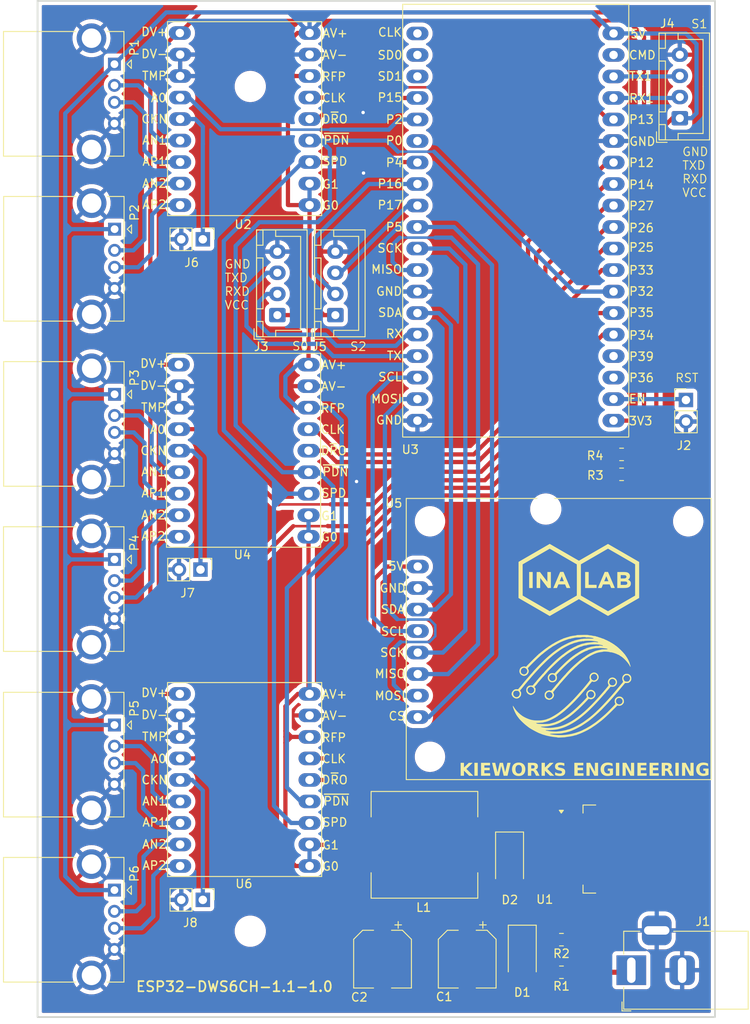
<source format=kicad_pcb>
(kicad_pcb (version 20240108) (generator "pcbnew") (generator_version "8.0")
  (layers (0 "F.Cu" signal) (31 "B.Cu" signal) (34 "B.Paste" user) (35 "F.Paste" user) (36 "B.SilkS" user "B.Silkscreen") (37 "F.SilkS" user "F.Silkscreen") (38 "B.Mask" user) (39 "F.Mask" user) (44 "Edge.Cuts" user))
  (net 0 "")
  (net 1 "VBAT")
  (net 2 "GND")
  (net 3 "VCC")
  (net 4 "Net-(D1-K)")
  (net 5 "EN")
  (net 6 "RXD0")
  (net 7 "TXD0")
  (net 8 "RXD1")
  (net 9 "TXD1")
  (net 10 "TXD2")
  (net 11 "RXD2")
  (net 12 "CLKIN_1")
  (net 13 "CLKIN_2")
  (net 14 "CLKIN_3")
  (net 16 "VCC_SENSE")
  (net 17 "AINN1_1")
  (net 18 "AINP1_1")
  (net 19 "AINN1_2")
  (net 20 "AINP1_2")
  (net 21 "AINN2_2")
  (net 22 "AINP2_2")
  (net 23 "AINP2_3")
  (net 24 "AINN2_3")
  (net 25 "AINP1_3")
  (net 26 "AINN1_3")
  (net 27 "AINN2_1")
  (net 28 "SCLK_1")
  (net 29 "3V3")
  (net 30 "DATA_1")
  (net 31 "SPEED")
  (net 32 "A0_1")
  (net 33 "~{PWDN}")
  (net 34 "AINP2_1")
  (net 35 "SCK")
  (net 36 "A0_2")
  (net 37 "CS")
  (net 38 "SDA")
  (net 39 "SCL")
  (net 40 "SCLK_3")
  (net 41 "MISO")
  (net 42 "A0_3")
  (net 43 "SCLK_2")
  (net 44 "MOSI")
  (net 45 "DATA_3")
  (net 46 "DATA_2")
  (net 47 "VBAT_SENSE")
  (net 48 "Net-(D2-K)")
  (footprint "Capacitor_SMD:CP_Elec_6.3x9.9" (layer "F.Cu") (at 154.62 146.7 -90)
    (property "Reference" "C1")
    (property "Value" "680uF")
  )
  (footprint "Diode_SMD:D_SMA" (layer "F.Cu") (at 159.62 135.2 -90)
    (property "Reference" "D2")
    (property "Value" "1N5824")
  )
  (footprint "Connector_PinHeader_2.54mm:PinHeader_1x02_P2.54mm_Vertical" (layer "F.Cu") (at 123.395 61.7 -90)
    (property "Reference" "J6")
    (property "Value" "Conn_01x02")
  )
  (footprint "DIY-Board:esp wroom 32 board" (layer "F.Cu") (at 160.4 60.45 180)
    (property "Reference" "U3")
    (property "Value" "ESPWROOM32")
  )
  (footprint "Connector_USB:USB_A_CONNFLY_DS1095-WNR0" (layer "F.Cu") (at 112.9775 60.5 -90)
    (property "Reference" "P2")
    (property "Value" "CH1")
  )
  (footprint "Resistor_SMD:R_0805_2012Metric_Pad1.20x1.40mm_HandSolder" (layer "F.Cu") (at 172.85 89.45)
    (property "Reference" "R4")
    (property "Value" "47k")
  )
  (footprint "Connector_USB:USB_A_CONNFLY_DS1095-WNR0" (layer "F.Cu") (at 112.96 99.5 -90)
    (property "Reference" "P4")
    (property "Value" "CH1")
  )
  (footprint "MountingHole:MountingHole_3.2mm_M3" (layer "F.Cu") (at 129 43.65)
    (property "Reference" "REF**" (hide yes))
    (property "Value" "MountingHole_3.2mm_M3")
  )
  (footprint "Connector_USB:USB_A_CONNFLY_DS1095-WNR0" (layer "F.Cu") (at 112.96 119.05 -90)
    (property "Reference" "P5")
    (property "Value" "CH1")
  )
  (footprint "MountingHole:MountingHole_3.2mm_M3" (layer "F.Cu") (at 163.9 93.55)
    (property "Reference" "REF**" (hide yes))
    (property "Value" "MountingHole_3.2mm_M3")
  )
  (footprint "DIY-Board:wcmcu-ads1232" (layer "F.Cu") (at 128.38 125.54 180)
    (property "Reference" "U6")
    (property "Value" "WCMCU-ADS1232")
  )
  (footprint "DIY-Board:wcmcu-ads1232" (layer "F.Cu") (at 128.26 86.66 180)
    (property "Reference" "U4")
    (property "Value" "WCMCU-ADS1232")
  )
  (footprint "Connector_PinHeader_2.54mm:PinHeader_1x02_P2.54mm_Vertical" (layer "F.Cu") (at 123.395 139.7 -90)
    (property "Reference" "J8")
    (property "Value" "Conn_01x02")
  )
  (footprint "myLogo:keyworks_logo_15" (layer "F.Cu") (at 166.85 114.5)
    (property "Reference" "G***" (hide yes))
    (property "Value" "LOGO" (hide yes))
  )
  (footprint "Connector_USB:USB_A_CONNFLY_DS1095-WNR0" (layer "F.Cu") (at 112.96 138.55 -90)
    (property "Reference" "P6")
    (property "Value" "CH1")
  )
  (footprint "Connector_USB:USB_A_CONNFLY_DS1095-WNR0" (layer "F.Cu") (at 112.96 41.02 -90)
    (property "Reference" "P1")
    (property "Value" "CH1")
  )
  (footprint "Resistor_SMD:R_0805_2012Metric_Pad1.20x1.40mm_HandSolder" (layer "F.Cu") (at 165.75 148.25 180)
    (property "Reference" "R1")
    (property "Value" "27k")
  )
  (footprint "Connector_PinHeader_2.54mm:PinHeader_1x02_P2.54mm_Vertical" (layer "F.Cu") (at 123.12 100.7 -90)
    (property "Reference" "J7")
    (property "Value" "Conn_01x02")
  )
  (footprint "Connector_USB:USB_A_CONNFLY_DS1095-WNR0" (layer "F.Cu") (at 112.9775 80 -90)
    (property "Reference" "P3")
    (property "Value" "CH1")
  )
  (footprint "Connector_JST:JST_XH_B4B-XH-A_1x04_P2.50mm_Vertical" (layer "F.Cu") (at 139.05 70.65 90)
    (property "Reference" "J5")
    (property "Value" "Serial2")
  )
  (footprint "Connector_JST:JST_XH_B4B-XH-A_1x04_P2.50mm_Vertical" (layer "F.Cu") (at 179.725 47.4 90)
    (property "Reference" "J4")
    (property "Value" "Serial1")
  )
  (footprint "Package_TO_SOT_SMD:TO-263-5_TabPin3" (layer "F.Cu") (at 173.12 133.7)
    (property "Reference" "U1")
    (property "Value" "LM2596S-5")
  )
  (footprint "DIY-Board:Datalogging board" (layer "F.Cu") (at 165.12 109.2)
    (property "Reference" "U5")
    (property "Value" "DataLoggingBoard")
  )
  (footprint "Diode_SMD:D_SMA" (layer "F.Cu") (at 161.12 146.2 -90)
    (property "Reference" "D1")
    (property "Value" "1N5824")
  )
  (footprint "Connector_PinHeader_2.54mm:PinHeader_1x02_P2.54mm_Vertical" (layer "F.Cu") (at 180.45 80.675)
    (property "Reference" "J2")
    (property "Value" "Reset")
  )
  (footprint "Resistor_SMD:R_0805_2012Metric_Pad1.20x1.40mm_HandSolder" (layer "F.Cu") (at 172.85 87.1 180)
    (property "Reference" "R3")
    (property "Value" "47k")
  )
  (footprint "MountingHole:MountingHole_3.2mm_M3" (layer "F.Cu") (at 129 143.4)
    (property "Reference" "REF**" (hide yes))
    (property "Value" "MountingHole_3.2mm_M3")
  )
  (footprint "DIY-Board:wcmcu-ads1232" (layer "F.Cu") (at 128.38 47.5 180)
    (property "Reference" "U2")
    (property "Value" "WCMCU-ADS1232")
  )
  (footprint "myLogo:inalab_logo_15" (layer "F.Cu") (at 167.8 101.9)
    (property "Reference" "G***" (hide yes))
    (property "Value" "LOGO" (hide yes))
  )
  (footprint "Inductor_SMD:L_12x12mm_H4.5mm" (layer "F.Cu") (at 149.57 133.2 180)
    (property "Reference" "L1")
    (property "Value" "3.3uH")
  )
  (footprint "Connector_JST:JST_XH_B4B-XH-A_1x04_P2.50mm_Vertical" (layer "F.Cu") (at 132.2 70.65 90)
    (property "Reference" "J3")
    (property "Value" "Serial")
  )
  (footprint "Resistor_SMD:R_0805_2012Metric_Pad1.20x1.40mm_HandSolder" (layer "F.Cu") (at 165.75 144.4 180)
    (property "Reference" "R2")
    (property "Value" "100k")
  )
  (footprint "Capacitor_SMD:CP_Elec_6.3x9.9" (layer "F.Cu") (at 144.62 146.7 -90)
    (property "Reference" "C2")
    (property "Value" "220uF")
  )
  (footprint "Connector_BarrelJack:BarrelJack_Horizontal" (layer "F.Cu") (at 174 148.0075 180)
    (property "Reference" "J1")
    (property "Value" "9VDC")
  )
  (gr_rect (start 103.88 33.54) (end 183.88 153.54) (stroke (width 0.2)) (fill none) (layer "Edge.Cuts"))
  (gr_text "GND\nTXD\nRXD\nVCC" (at 125.9 70.05 0) (layer "F.SilkS") (effects (font (size 1 1) (thickness 0.125)) (justify left bottom)))
  (gr_text "S1" (at 181 36.85 0) (layer "F.SilkS") (effects (font (size 1 1) (thickness 0.125)) (justify left bottom)))
  (gr_text "AN2" (at 117.68 55.1 0) (layer "F.SilkS") (effects (font (size 1 1))))
  (gr_text "GND\nTXD\nRXD\nVCC" (at 179.95 56.775 0) (layer "F.SilkS") (effects (font (size 1 1) (thickness 0.125)) (justify left bottom)))
  (gr_text "RST" (at 179.125 78.65 0) (layer "F.SilkS") (effects (font (size 1 1) (thickness 0.125)) (justify left bottom)))
  (gr_text "S2" (at 140.725 74.95 0) (layer "F.SilkS") (effects (font (size 1 1) (thickness 0.125)) (justify left bottom)))
  (gr_text "S0" (at 133.875 74.9 0) (layer "F.SilkS") (effects (font (size 1 1) (thickness 0.125)) (justify left bottom)))
  (gr_text "KIEWORKS ENGINEERING" (at 153.65 125.3 0) (layer "F.SilkS") (effects (font (size 1.5 1.5) (thickness 0.3) (bold yes)) (justify left bottom)))
  (gr_text "ESP32-DWS6CH-1.1-1.0" (at 115.4 150.65 0) (layer "F.SilkS") (effects (font (size 1.2 1.2) (thickness 0.2)) (justify left bottom)))
  (segment (start 166.75 149.1) (end 165.5 150.35) (width 0.6) (layer "F.Cu") (net 1))
  (segment (start 166.75 148.25) (end 166.75 149.1) (width 0.6) (layer "F.Cu") (net 1))
  (segment (start 166.75 148.25) (end 173.7575 148.25) (width 0.6) (layer "F.Cu") (net 1))
  (segment (start 173.7575 148.25) (end 174 148.0075) (width 0.6) (layer "F.Cu") (net 1))
  (segment (start 161.12 149.57) (end 161.9 150.35) (width 0.6) (layer "F.Cu") (net 1))
  (segment (start 161.12 148.2) (end 161.12 149.57) (width 0.6) (layer "F.Cu") (net 1))
  (segment (start 161.9 150.35) (end 165.5 150.35) (width 0.6) (layer "F.Cu") (net 1))
  (via (at 142.375 53.875) (size 0.7) (drill 0.4) (layers "F.Cu" "B.Cu") (net 2))
  (via (at 142.325 46.725) (size 0.7) (drill 0.4) (layers "F.Cu" "B.Cu") (net 2))
  (via (at 141.55 90.3) (size 0.7) (drill 0.4) (layers "F.Cu" "B.Cu") (net 2))
  (segment (start 136.04 133.2) (end 136 133.16) (width 0.5) (layer "F.Cu") (net 3))
  (segment (start 133.45 38.45) (end 133.45 41.675) (width 0.5) (layer "F.Cu") (net 3))
  (segment (start 133.15 121.15) (end 133.15 134.5) (width 0.5) (layer "F.Cu") (net 3))
  (segment (start 135.88 72.23) (end 134.3 70.65) (width 0.5) (layer "F.Cu") (net 3))
  (segment (start 134.175 42.4) (end 133.45 41.675) (width 0.5) (layer "F.Cu") (net 3))
  (segment (start 133.15 116.85) (end 133.15 119.75) (width 0.5) (layer "F.Cu") (net 3))
  (segment (start 176.95 49.3) (end 178.85 47.4) (width 0.5) (layer "F.Cu") (net 3))
  (segment (start 144.62 143.9) (end 144.62 133.2) (width 0.6) (layer "F.Cu") (net 3))
  (segment (start 135.88 72.23) (end 135.92 72.23) (width 0.5) (layer "F.Cu") (net 3))
  (segment (start 133.45 43.15) (end 133.45 57.65) (width 0.5) (layer "F.Cu") (net 3))
  (segment (start 134.175 42.425) (end 133.45 43.15) (width 0.5) (layer "F.Cu") (net 3))
  (segment (start 133.45 41.675) (end 133.45 42.45) (width 0.5) (layer "F.Cu") (net 3))
  (segment (start 145.135 100.34) (end 143.625 101.85) (width 0.5) (layer "F.Cu") (net 3))
  (segment (start 136 115.38) (end 134.62 115.38) (width 0.5) (layer "F.Cu") (net 3))
  (segment (start 134.175 42.42) (end 134.175 42.425) (width 0.5) (layer "F.Cu") (net 3))
  (segment (start 133.16 120.46) (end 133.15 120.45) (width 0.5) (layer "F.Cu") (net 3))
  (segment (start 168.7 129.2) (end 167.3 127.8) (width 0.6) (layer "F.Cu") (net 3))
  (segment (start 135.88 76.5) (end 135.88 72.23) (width 0.5) (layer "F.Cu") (net 3))
  (segment (start 176.95 85.3) (end 176.95 49.3) (width 0.5) (layer "F.Cu") (net 3))
  (segment (start 133.85 120.46) (end 133.85 120.45) (width 0.5) (layer "F.Cu") (net 3))
  (segment (start 150.02 127.8) (end 144.62 133.2) (width 0.6) (layer "F.Cu") (net 3))
  (segment (start 133.15 121.15) (end 133.16 121.15) (width 0.5) (layer "F.Cu") (net 3))
  (segment (start 134.56 37.34) (end 133.45 38.45) (width 0.5) (layer "F.Cu") (net 3))
  (segment (start 134.3 70.65) (end 137.5 70.65) (width 0.5) (layer "F.Cu") (net 3))
  (segment (start 137.7 70.65) (end 139.05 70.65) (width 0.5) (layer "F.Cu") (net 3))
  (segment (start 178.85 47.4) (end 179.725 47.4) (width 0.5) (layer "F.Cu") (net 3))
  (segment (start 135.88 115.26) (end 136 115.38) (width 0.5) (layer "F.Cu") (net 3))
  (segment (start 139.05 70.65) (end 139.05 71.16) (width 0.5) (layer "F.Cu") (net 3))
  (segment (start 134.62 115.38) (end 133.15 116.85) (width 0.5) (layer "F.Cu") (net 3))
  (segment (start 165.47 135.4) (end 167.9 135.4) (width 0.6) (layer "F.Cu") (net 3))
  (segment (start 168.7 134.6) (end 168.7 129.2) (width 0.6) (layer "F.Cu") (net 3))
  (segment (start 135.88 96.82) (end 135.88 115.26) (width 0.5) (layer "F.Cu") (net 3))
  (segment (start 134.35 135.7) (end 136 135.7) (width 0.5) (layer "F.Cu") (net 3))
  (segment (start 135.92 72.23) (end 137.5 70.65) (width 0.5) (layer "F.Cu") (net 3))
  (segment (start 136 120.46) (end 133.85 120.46) (width 0.5) (layer "F.Cu") (net 3))
  (segment (start 136 68.95) (end 137.7 70.65) (width 0.5) (layer "F.Cu") (net 3))
  (segment (start 136 57.66) (end 133.59 57.66) (width 0.5) (layer "F.Cu") (net 3))
  (segment (start 133.45 42.45) (end 133.45 43.15) (width 0.5) (layer "F.Cu") (net 3))
  (segment (start 175.15 87.1) (end 176.95 85.3) (width 0.5) (layer "F.Cu") (net 3))
  (segment (start 132.2 70.65) (end 134.3 70.65) (width 0.5) (layer "F.Cu") (net 3))
  (segment (start 134.175 42.42) (end 134.175 42.4) (width 0.5) (layer "F.Cu") (net 3))
  (segment (start 133.85 120.45) (end 133.15 119.75) (width 0.5) (layer "F.Cu") (net 3))
  (segment (start 133.48 42.42) (end 133.45 42.45) (width 0.5) (layer "F.Cu") (net 3))
  (segment (start 133.16 121.15) (end 133.85 120.46) (width 0.5) (layer "F.Cu") (net 3))
  (segment (start 136 42.42) (end 134.175 42.42) (width 0.5) (layer "F.Cu") (net 3))
  (segment (start 134.175 42.42) (end 133.48 42.42) (width 0.5) (layer "F.Cu") (net 3))
  (segment (start 133.15 134.5) (end 134.35 135.7) (width 0.5) (layer "F.Cu") (net 3))
  (segment (start 133.85 120.46) (end 133.16 120.46) (width 0.5) (layer "F.Cu") (net 3))
  (segment (start 144.62 133.2) (end 136.04 133.2) (width 0.5) (layer "F.Cu") (net 3))
  (segment (start 136 68.95) (end 134.3 70.65) (width 0.5) (layer "F.Cu") (net 3))
  (segment (start 133.15 120.45) (end 133.15 121.15) (width 0.5) (layer "F.Cu") (net 3))
  (segment (start 137.5 70.65) (end 137.7 70.65) (width 0.5) (layer "F.Cu") (net 3))
  (segment (start 167.3 127.8) (end 150.02 127.8) (width 0.6) (layer "F.Cu") (net 3))
  (segment (start 148.78 100.34) (end 145.135 100.34) (width 0.5) (layer "F.Cu") (net 3))
  (segment (start 143.625 132.205) (end 144.62 133.2) (width 0.5) (layer "F.Cu") (net 3))
  (segment (start 136 37.34) (end 134.56 37.34) (width 0.5) (layer "F.Cu") (net 3))
  (segment (start 136 57.66) (end 136 68.95) (width 0.5) (layer "F.Cu") (net 3))
  (segment (start 133.15 119.75) (end 133.15 120.45) (width 0.5) (layer "F.Cu") (net 3))
  (segment (start 143.625 101.85) (end 143.625 132.205) (width 0.5) (layer "F.Cu") (net 3))
  (segment (start 173.85 87.1) (end 175.15 87.1) (width 0.5) (layer "F.Cu") (net 3))
  (segment (start 167.9 135.4) (end 168.7 134.6) (width 0.6) (layer "F.Cu") (net 3))
  (segment (start 133.55 34.9) (end 119.4 34.9) (width 0.5) (layer "B.Cu") (net 3))
  (segment (start 112.96 41.02) (end 119.08 34.9) (width 0.5) (layer "B.Cu") (net 3))
  (segment (start 108.8 138.55) (end 107.15 136.9) (width 0.5) (layer "B.Cu") (net 3))
  (segment (start 136 133.16) (end 136 135.7) (width 0.5) (layer "B.Cu") (net 3))
  (segment (start 133.55 34.9) (end 138.4 34.9) (width 0.5) (layer "B.Cu") (net 3))
  (segment (start 107.2 80) (end 107.15 79.95) (width 0.5) (layer "B.Cu") (net 3))
  (segment (start 171.9 37.39) (end 169.41 34.9) (width 0.5) (layer "B.Cu") (net 3))
  (segment (start 133.15 77.9) (end 133.15 80.2) (width 0.5) (layer "B.Cu") (net 3))
  (segment (start 181.7 38.65) (end 181.7 46.8) (width 0.5) (layer "B.Cu") (net 3))
  (segment (start 107.15 136.9) (end 107.15 119) (width 0.5) (layer "B.Cu") (net 3))
  (segment (start 107.15 79.95) (end 107.15 60.45) (width 0.5) (layer "B.Cu") (net 3))
  (segment (start 107.15 60.45) (end 107.15 46.83) (width 0.5) (layer "B.Cu") (net 3))
  (segment (start 135.88 76.5) (end 134.55 76.5) (width 0.5) (layer "B.Cu") (net 3))
  (segment (start 136 37.34) (end 135.88 37.22) (width 0.5) (layer "B.Cu") (net 3))
  (segment (start 139.8 83.1) (end 138.28 81.58) (width 0.5) (layer "B.Cu") (net 3))
  (segment (start 134.55 76.5) (end 133.15 77.9) (width 0.5) (layer "B.Cu") (net 3))
  (segment (start 112.9775 80) (end 107.2 80) (width 0.5) (layer "B.Cu") (net 3))
  (segment (start 112.96 99.5) (end 107.15 99.5) (width 0.5) (layer "B.Cu") (net 3))
  (segment (start 171.9 37.39) (end 180.44 37.39) (width 0.5) (layer "B.Cu") (net 3))
  (segment (start 136 57.7) (end 136.12 57.82) (width 0.5) (layer "B.Cu") (net 3))
  (segment (start 112.96 138.55) (end 108.8 138.55) (width 0.5) (layer "B.Cu") (net 3))
  (segment (start 181.1 47.4) (end 179.725 47.4) (width 0.5) (layer "B.Cu") (net 3))
  (segment (start 107.2 119.05) (end 107.15 119) (width 0.5) (layer "B.Cu") (net 3))
  (segment (start 136 101.55) (end 139.8 97.75) (width 0.5) (layer "B.Cu") (net 3))
  (segment (start 107.15 46.83) (end 112.96 41.02) (width 0.5) (layer "B.Cu") (net 3))
  (segment (start 136 115.38) (end 136 101.55) (width 0.5) (layer "B.Cu") (net 3))
  (segment (start 133.85 35.2) (end 133.55 34.9) (width 0.5) (layer "B.Cu") (net 3))
  (segment (start 107.15 119) (end 107.15 99.5) (width 0.5) (layer "B.Cu") (net 3))
  (segment (start 181.7 46.8) (end 181.1 47.4) (width 0.5) (layer "B.Cu") (net 3))
  (segment (start 112.9775 60.5) (end 107.2 60.5) (width 0.5) (layer "B.Cu") (net 3))
  (segment (start 119.08 34.9) (end 119.4 34.9) (width 0.5) (layer "B.Cu") (net 3))
  (segment (start 133.86 35.2) (end 133.85 35.2) (width 0.5) (layer "B.Cu") (net 3))
  (segment (start 136 37.3) (end 138.4 34.9) (width 0.5) (layer "B.Cu") (net 3))
  (segment (start 112.96 119.05) (end 107.2 119.05) (width 0.5) (layer "B.Cu") (net 3))
  (segment (start 138.28 81.58) (end 135.88 81.58) (width 0.5) (layer "B.Cu") (net 3))
  (segment (start 138.4 34.9) (end 168.95 34.9) (width 0.5) (layer "B.Cu") (net 3))
  (segment (start 180.44 37.39) (end 181.7 38.65) (width 0.5) (layer "B.Cu") (net 3))
  (segment (start 107.2 60.5) (end 107.15 60.45) (width 0.5) (layer "B.Cu") (net 3))
  (segment (start 139.8 97.75) (end 139.8 83.1) (width 0.5) (layer "B.Cu") (net 3))
  (segment (start 107.15 99.5) (end 107.15 79.95) (width 0.5) (layer "B.Cu") (net 3))
  (segment (start 136 57.66) (end 136 57.7) (width 0.5) (layer "B.Cu") (net 3))
  (segment (start 136 55.12) (end 136 57.66) (width 0.5) (layer "B.Cu") (net 3))
  (segment (start 169.41 34.9) (end 168.95 34.9) (width 0.5) (layer "B.Cu") (net 3))
  (segment (start 133.15 80.2) (end 134.53 81.58) (width 0.5) (layer "B.Cu") (net 3))
  (segment (start 134.53 81.58) (end 135.88 81.58) (width 0.5) (layer "B.Cu") (net 3))
  (segment (start 136 37.34) (end 136 37.3) (width 0.5) (layer "B.Cu") (net 3))
  (segment (start 136 37.34) (end 133.86 35.2) (width 0.5) (layer "B.Cu") (net 3))
  (segment (start 135.88 94.28) (end 135.88 96.82) (width 0.5) (layer "B.Cu") (net 3))
  (segment (start 151.4 136) (end 154.62 139.22) (width 0.6) (layer "F.Cu") (net 4))
  (segment (start 160.82 143.9) (end 161.12 144.2) (width 0.6) (layer "F.Cu") (net 4))
  (segment (start 158.9 130.3) (end 157.7 129.1) (width 0.6) (layer "F.Cu") (net 4))
  (segment (start 165.47 130.3) (end 158.9 130.3) (width 0.6) (layer "F.Cu") (net 4))
  (segment (start 151.4 130.3) (end 151.4 136) (width 0.6) (layer "F.Cu") (net 4))
  (segment (start 152.6 129.1) (end 151.4 130.3) (width 0.6) (layer "F.Cu") (net 4))
  (segment (start 154.62 143.9) (end 160.82 143.9) (width 0.6) (layer "F.Cu") (net 4))
  (segment (start 157.7 129.1) (end 152.6 129.1) (width 0.6) (layer "F.Cu") (net 4))
  (segment (start 154.62 139.22) (end 154.62 143.9) (width 0.6) (layer "F.Cu") (net 4))
  (segment (start 171.9 80.57) (end 180.345 80.57) (width 0.5) (layer "B.Cu") (net 5))
  (segment (start 180.345 80.57) (end 180.45 80.675) (width 0.5) (layer "B.Cu") (net 5))
  (segment (start 130.95 68.15) (end 132.2 68.15) (width 0.5) (layer "B.Cu") (net 6))
  (segment (start 139.175 74.275) (end 137.85 72.95) (width 0.5) (layer "B.Cu") (net 6))
  (segment (start 147.525 72.95) (end 146.2 74.275) (width 0.5) (layer "B.Cu") (net 6))
  (segment (start 131.25 72.95) (end 130.05 71.75) (width 0.5) (layer "B.Cu") (net 6))
  (segment (start 130.05 71.75) (end 130.05 69.05) (width 0.5) (layer "B.Cu") (net 6))
  (segment (start 130.05 69.05) (end 130.95 68.15) (width 0.5) (layer "B.Cu") (net 6))
  (segment (start 148.74 72.95) (end 147.525 72.95) (width 0.5) (layer "B.Cu") (net 6))
  (segment (start 146.2 74.275) (end 139.175 74.275) (width 0.5) (layer "B.Cu") (net 6))
  (segment (start 137.85 72.95) (end 131.25 72.95) (width 0.5) (layer "B.Cu") (net 6))
  (segment (start 128.55 68.05) (end 128.55 71.95) (width 0.5) (layer "B.Cu") (net 7))
  (segment (start 138.79 75.49) (end 148.74 75.49) (width 0.5) (layer "B.Cu") (net 7))
  (segment (start 128.55 71.95) (end 130.65 74.05) (width 0.5) (layer "B.Cu") (net 7))
  (segment (start 132.2 65.65) (end 130.95 65.65) (width 0.5) (layer "B.Cu") (net 7))
  (segment (start 137.35 74.05) (end 138.79 75.49) (width 0.5) (layer "B.Cu") (net 7))
  (segment (start 130.65 74.05) (end 137.35 74.05) (width 0.5) (layer "B.Cu") (net 7))
  (segment (start 130.95 65.65) (end 128.55 68.05) (width 0.5) (layer "B.Cu") (net 7))
  (segment (start 179.615 45.01) (end 179.725 44.9) (width 0.5) (layer "B.Cu") (net 8))
  (segment (start 171.9 45.01) (end 179.615 45.01) (width 0.5) (layer "B.Cu") (net 8))
  (segment (start 179.655 42.47) (end 179.725 42.4) (width 0.5) (layer "B.Cu") (net 9))
  (segment (start 171.9 42.47) (end 179.655 42.47) (width 0.5) (layer "B.Cu") (net 9))
  (segment (start 139.65 65.65) (end 147.59 57.71) (width 0.5) (layer "B.Cu") (net 10))
  (segment (start 139.05 65.65) (end 139.65 65.65) (width 0.5) (layer "B.Cu") (net 10))
  (segment (start 147.59 57.71) (end 148.74 57.71) (width 0.5) (layer "B.Cu") (net 10))
  (segment (start 139.05 68.15) (end 136.65 65.75) (width 0.5) (layer "B.Cu") (net 11))
  (segment (start 136.65 61.5) (end 142.98 55.17) (width 0.5) (layer "B.Cu") (net 11))
  (segment (start 136.65 65.75) (end 136.65 61.5) (width 0.5) (layer "B.Cu") (net 11))
  (segment (start 142.98 55.17) (end 148.74 55.17) (width 0.5) (layer "B.Cu") (net 11))
  (segment (start 122.5 47.5) (end 120.72 47.5) (width 0.5) (layer "B.Cu") (net 12))
  (segment (start 123.395 50.447233) (end 123.4 50.442233) (width 0.5) (layer "B.Cu") (net 12))
  (segment (start 123.395 61.7) (end 123.395 50.447233) (width 0.5) (layer "B.Cu") (net 12))
  (segment (start 123.4 50.442233) (end 123.4 48.4) (width 0.5) (layer "B.Cu") (net 12))
  (segment (start 123.4 48.4) (end 122.5 47.5) (width 0.5) (layer "B.Cu") (net 12))
  (segment (start 123.12 87.62) (end 122.16 86.66) (width 0.5) (layer "B.Cu") (net 13))
  (segment (start 123.12 100.7) (end 123.12 87.62) (width 0.5) (layer "B.Cu") (net 13))
  (segment (start 122.16 86.66) (end 120.6 86.66) (width 0.5) (layer "B.Cu") (net 13))
  (segment (start 123.395 139.7) (end 123.395 126.795) (width 0.5) (layer "B.Cu") (net 14))
  (segment (start 123.395 126.795) (end 122.14 125.54) (width 0.5) (layer "B.Cu") (net 14))
  (segment (start 122.14 125.54) (end 120.72 125.54) (width 0.5) (layer "B.Cu") (net 14))
  (segment (start 168.925 74.675) (end 170.65 72.95) (width 0.5) (layer "F.Cu") (net 16))
  (segment (start 171.85 87.1) (end 168.925 84.175) (width 0.5) (layer "F.Cu") (net 16))
  (segment (start 168.925 84.175) (end 168.925 74.675) (width 0.5) (layer "F.Cu") (net 16))
  (segment (start 171.85 89.45) (end 171.85 87.1) (width 0.5) (layer "F.Cu") (net 16))
  (segment (start 170.65 72.95) (end 171.9 72.95) (width 0.5) (layer "F.Cu") (net 16))
  (segment (start 112.96 43.52) (end 115.77 43.52) (width 0.5) (layer "B.Cu") (net 17))
  (segment (start 115.77 43.52) (end 117.3 45.05) (width 0.5) (layer "B.Cu") (net 17))
  (segment (start 113.34 43.54) (end 113.33 43.55) (width 0.5) (layer "B.Cu") (net 17))
  (segment (start 117.3 45.05) (end 117.3 48.95) (width 0.5) (layer "B.Cu") (net 17))
  (segment (start 117.3 48.95) (end 118.39 50.04) (width 0.5) (layer "B.Cu") (net 17))
  (segment (start 118.39 50.04) (end 120.72 50.04) (width 0.5) (layer "B.Cu") (net 17))
  (segment (start 116.5 46.8) (end 116.5 51.2) (width 0.5) (layer "B.Cu") (net 18))
  (segment (start 112.96 45.52) (end 115.22 45.52) (width 0.5) (layer "B.Cu") (net 18))
  (segment (start 113.44 45.54) (end 113.43 45.55) (width 0.5) (layer "B.Cu") (net 18))
  (segment (start 115.22 45.52) (end 116.5 46.8) (width 0.5) (layer "B.Cu") (net 18))
  (segment (start 116.5 51.2) (end 117.88 52.58) (width 0.5) (layer "B.Cu") (net 18))
  (segment (start 117.88 52.58) (end 120.72 52.58) (width 0.5) (layer "B.Cu") (net 18))
  (segment (start 118.55 89.2) (end 120.6 89.2) (width 0.5) (layer "B.Cu") (net 19))
  (segment (start 112.9775 82.5) (end 115.85 82.5) (width 0.5) (layer "B.Cu") (net 19))
  (segment (start 117.35 88) (end 118.55 89.2) (width 0.5) (layer "B.Cu") (net 19))
  (segment (start 117.35 84) (end 117.35 88) (width 0.5) (layer "B.Cu") (net 19))
  (segment (start 115.85 82.5) (end 117.35 84) (width 0.5) (layer "B.Cu") (net 19))
  (segment (start 117.89 91.74) (end 120.6 91.74) (width 0.5) (layer "B.Cu") (net 20))
  (segment (start 116.5 90.35) (end 117.89 91.74) (width 0.5) (layer "B.Cu") (net 20))
  (segment (start 115.25 84.5) (end 116.5 85.75) (width 0.5) (layer "B.Cu") (net 20))
  (segment (start 112.9775 84.5) (end 115.25 84.5) (width 0.5) (layer "B.Cu") (net 20))
  (segment (start 116.5 85.75) (end 116.5 90.35) (width 0.5) (layer "B.Cu") (net 20))
  (segment (start 116.4 100.55) (end 116.4 96.05) (width 0.5) (layer "B.Cu") (net 21))
  (segment (start 114.95 102) (end 116.4 100.55) (width 0.5) (layer "B.Cu") (net 21))
  (segment (start 116.4 96.05) (end 118.17 94.28) (width 0.5) (layer "B.Cu") (net 21))
  (segment (start 112.96 102) (end 114.95 102) (width 0.5) (layer "B.Cu") (net 21))
  (segment (start 118.17 94.28) (end 120.6 94.28) (width 0.5) (layer "B.Cu") (net 21))
  (segment (start 115.5 104) (end 117.45 102.05) (width 0.5) (layer "B.Cu") (net 22))
  (segment (start 117.45 97.85) (end 118.48 96.82) (width 0.5) (layer "B.Cu") (net 22))
  (segment (start 112.96 104) (end 115.5 104) (width 0.5) (layer "B.Cu") (net 22))
  (segment (start 117.45 102.05) (end 117.45 97.85) (width 0.5) (layer "B.Cu") (net 22))
  (segment (start 118.48 96.82) (end 120.6 96.82) (width 0.5) (layer "B.Cu") (net 22))
  (segment (start 112.96 143.05) (end 116.15 143.05) (width 0.5) (layer "B.Cu") (net 23))
  (segment (start 117.55 141.65) (end 117.55 136.85) (width 0.5) (layer "B.Cu") (net 23))
  (segment (start 116.15 143.05) (end 117.55 141.65) (width 0.5) (layer "B.Cu") (net 23))
  (segment (start 118.7 135.7) (end 120.72 135.7) (width 0.5) (layer "B.Cu") (net 23))
  (segment (start 117.55 136.85) (end 118.7 135.7) (width 0.5) (layer "B.Cu") (net 23))
  (segment (start 117.84 133.16) (end 116.4 134.6) (width 0.5) (layer "B.Cu") (net 24))
  (segment (start 116.4 140.2) (end 115.55 141.05) (width 0.5) (layer "B.Cu") (net 24))
  (segment (start 120.72 133.16) (end 117.84 133.16) (width 0.5) (layer "B.Cu") (net 24))
  (segment (start 116.4 134.6) (end 116.4 140.2) (width 0.5) (layer "B.Cu") (net 24))
  (segment (start 115.55 141.05) (end 112.96 141.05) (width 0.5) (layer "B.Cu") (net 24))
  (segment (start 118.08 130.62) (end 116.35 128.89) (width 0.5) (layer "B.Cu") (net 25))
  (segment (start 115.45 123.55) (end 116.35 124.45) (width 0.5) (layer "B.Cu") (net 25))
  (segment (start 116.35 124.45) (end 116.35 128.25) (width 0.5) (layer "B.Cu") (net 25))
  (segment (start 118.08 130.62) (end 120.72 130.62) (width 0.5) (layer "B.Cu") (net 25))
  (segment (start 112.96 123.55) (end 115.45 123.55) (width 0.5) (layer "B.Cu") (net 25))
  (segment (start 116.35 128.89) (end 116.35 128.25) (width 0.5) (layer "B.Cu") (net 25))
  (segment (start 117.45 126.95) (end 117.45 122.95) (width 0.5) (layer "B.Cu") (net 26))
  (segment (start 117.45 122.95) (end 116.05 121.55) (width 0.5) (layer "B.Cu") (net 26))
  (segment (start 118.58 128.08) (end 117.45 126.95) (width 0.5) (layer "B.Cu") (net 26))
  (segment (start 120.72 128.08) (end 118.58 128.08) (width 0.5) (layer "B.Cu") (net 26))
  (segment (start 116.05 121.55) (end 112.96 121.55) (width 0.5) (layer "B.Cu") (net 26))
  (segment (start 112.9775 63) (end 115.2 63) (width 0.5) (layer "B.Cu") (net 27))
  (segment (start 116.5 56.65) (end 118.03 55.12) (width 0.5) (layer "B.Cu") (net 27))
  (segment (start 118.03 55.12) (end 120.72 55.12) (width 0.5) (layer "B.Cu") (net 27))
  (segment (start 115.2 63) (end 116.5 61.7) (width 0.5) (layer "B.Cu") (net 27))
  (segment (start 116.5 61.7) (end 116.5 56.65) (width 0.5) (layer "B.Cu") (net 27))
  (segment (start 167.45 43.75) (end 151.7 43.75) (width 0.5) (layer "F.Cu") (net 28))
  (segment (start 145.6 43.75) (end 151.7 43.75) (width 0.3) (layer "F.Cu") (net 28))
  (segment (start 171.9 47.55) (end 171.25 47.55) (width 0.5) (layer "F.Cu") (net 28))
  (segment (start 171.25 47.55) (end 167.45 43.75) (width 0.5) (layer "F.Cu") (net 28))
  (segment (start 136 44.96) (end 138.09 44.96) (width 0.5) (layer "F.Cu") (net 28))
  (segment (start 138.09 44.96) (end 139.3 43.75) (width 0.5) (layer "F.Cu") (net 28))
  (segment (start 139.3 43.75) (end 145.6 43.75) (width 0.5) (layer "F.Cu") (net 28))
  (segment (start 175.5 37.8) (end 175.5 81.6) (width 0.5) (layer "F.Cu") (net 29))
  (segment (start 118.1 76.5) (end 117.8 76.8) (width 0.5) (layer "F.Cu") (net 29))
  (segment (start 117.2 76.1) (end 117.2 76.9) (width 0.5) (layer "F.Cu") (net 29))
  (segment (start 172.6 34.9) (end 175.5 37.8) (width 0.5) (layer "F.Cu") (net 29))
  (segment (start 118.1 76.5) (end 120.56 76.5) (width 0.5) (layer "F.Cu") (net 29))
  (segment (start 123.12 34.9) (end 120.68 37.34) (width 0.5) (layer "F.Cu") (net 29))
  (segment (start 117.2 75.6) (end 117.2 76.1) (width 0.5) (layer "F.Cu") (net 29))
  (segment (start 117.2 40.5) (end 117.2 75.6) (width 0.5) (layer "F.Cu") (net 29))
  (segment (start 117.2 76.9) (end 117.2 77.6) (width 0.5) (layer "F.Cu") (net 29))
  (segment (start 173.99 83.11) (end 171.9 83.11) (width 0.5) (layer "F.Cu") (net 29))
  (segment (start 117.2 113.8) (end 118.78 115.38) (width 0.5) (layer "F.Cu") (net 29))
  (segment (start 117.8 76.8) (end 117.2 77.4) (width 0.5) (layer "F.Cu") (net 29))
  (segment (start 117.3 76.9) (end 117.65 76.55) (width 0.5) (layer "F.Cu") (net 29))
  (segment (start 117.8 76.7) (end 117.8 76.8) (width 0.5) (layer "F.Cu") (net 29))
  (segment (start 117.2 77.4) (end 117.2 77.6) (width 0.5) (layer "F.Cu") (net 29))
  (segment (start 117.2 75.6) (end 118.1 76.5) (width 0.5) (layer "F.Cu") (net 29))
  (segment (start 117.2 76.9) (end 117.3 76.9) (width 0.5) (layer "F.Cu") (net 29))
  (segment (start 120.36 37.34) (end 117.2 40.5) (width 0.5) (layer "F.Cu") (net 29))
  (segment (start 117.2 77.6) (end 117.2 113.8) (width 0.5) (layer "F.Cu") (net 29))
  (segment (start 117.2 76.1) (end 117.65 76.55) (width 0.5) (layer "F.Cu") (net 29))
  (segment (start 175.5 81.6) (end 173.99 83.11) (width 0.5) (layer "F.Cu") (net 29))
  (segment (start 118.78 115.38) (end 120.68 115.38) (width 0.5) (layer "F.Cu") (net 29))
  (segment (start 172.6 34.9) (end 123.12 34.9) (width 0.5) (layer "F.Cu") (net 29))
  (segment (start 120.68 37.34) (end 120.36 37.34) (width 0.5) (layer "F.Cu") (net 29))
  (segment (start 117.65 76.55) (end 117.8 76.7) (width 0.5) (layer "F.Cu") (net 29))
  (segment (start 136 47.5) (end 137 47.5) (width 0.5) (layer "F.Cu") (net 30))
  (segment (start 139.49 45.01) (end 148.74 45.01) (width 0.5) (layer "F.Cu") (net 30))
  (segment (start 137 47.5) (end 139.49 45.01) (width 0.5) (layer "F.Cu") (net 30))
  (segment (start 136 52.58) (end 148.69 52.58) (width 0.5) (layer "F.Cu") (net 31))
  (segment (start 148.69 52.58) (end 148.74 52.63) (width 0.5) (layer "F.Cu") (net 31))
  (segment (start 134.2 91.74) (end 131.865 91.74) (width 0.5) (layer "B.Cu") (net 31))
  (segment (start 133.34 91.74) (end 131.8 93.28) (width 0.5) (layer "B.Cu") (net 31))
  (segment (start 136 130.62) (end 133.82 130.62) (width 0.5) (layer "B.Cu") (net 31))
  (segment (start 133.34 91.74) (end 134.2 91.74) (width 0.5) (layer "B.Cu") (net 31))
  (segment (start 131.8 95.7) (end 131.8 93.28) (width 0.5) (layer "B.Cu") (net 31))
  (segment (start 135.195 52.58) (end 136 52.58) (width 0.5) (layer "B.Cu") (net 31))
  (segment (start 131.865 91.74) (end 131.8 91.675) (width 0.5) (layer "B.Cu") (net 31))
  (segment (start 125.875 61.9) (end 125.875 84.275) (width 0.5) (layer "B.Cu") (net 31))
  (segment (start 133.82 130.62) (end 131.8 128.6) (width 0.5) (layer "B.Cu") (net 31))
  (segment (start 125.875 61.9) (end 135.195 52.58) (width 0.5) (layer "B.Cu") (net 31))
  (segment (start 131.8 93.28) (end 131.8 91.675) (width 0.5) (layer "B.Cu") (net 31))
  (segment (start 131.8 90.2) (end 133.34 91.74) (width 0.5) (layer "B.Cu") (net 31))
  (segment (start 125.875 84.275) (end 131.8 90.2) (width 0.5) (layer "B.Cu") (net 31))
  (segment (start 135.88 91.74) (end 134.2 91.74) (width 0.5) (layer "B.Cu") (net 31))
  (segment (start 131.8 128.6) (end 131.8 95.7) (width 0.5) (layer "B.Cu") (net 31))
  (segment (start 131.8 91.675) (end 131.8 90.2) (width 0.5) (layer "B.Cu") (net 31))
  (segment (start 120.72 44.96) (end 121.76 44.96) (width 0.5) (layer "B.Cu") (net 32))
  (segment (start 125.5 48.7) (end 133.2 48.7) (width 0.5) (layer "B.Cu") (net 32))
  (segment (start 133.65 48.75) (end 138.5 48.75) (width 0.3) (layer "B.Cu") (net 32))
  (segment (start 125.45 48.65) (end 125.5 48.7) (width 0.5) (layer "B.Cu") (net 32))
  (segment (start 133.2 48.7) (end 133.6 48.7) (width 0.3) (layer "B.Cu") (net 32))
  (segment (start 146.55 47.55) (end 148.74 47.55) (width 0.5) (layer "B.Cu") (net 32))
  (segment (start 138.5 48.75) (end 145.35 48.75) (width 0.5) (layer "B.Cu") (net 32))
  (segment (start 145.35 48.75) (end 146.55 47.55) (width 0.5) (layer "B.Cu") (net 32))
  (segment (start 133.6 48.7) (end 133.65 48.75) (width 0.3) (layer "B.Cu") (net 32))
  (segment (start 121.76 44.96) (end 125.45 48.65) (width 0.5) (layer "B.Cu") (net 32))
  (segment (start 134.98 128.08) (end 136 128.08) (width 0.5) (layer "B.Cu") (net 33))
  (segment (start 137.1 89.2) (end 138.8 90.9) (width 0.5) (layer "B.Cu") (net 33))
  (segment (start 132.8 89.2) (end 127.275 83.675) (width 0.5) (layer "B.Cu") (net 33))
  (segment (start 133.325 126.425) (end 134.98 128.08) (width 0.5) (layer "B.Cu") (net 33))
  (segment (start 167.22 67.87) (end 150.7 51.35) (width 0.5) (layer "B.Cu") (net 33))
  (segment (start 127.275 62.475) (end 130.075 59.675) (width 0.5) (layer "B.Cu") (net 33))
  (segment (start 135.88 89.2) (end 137.1 89.2) (width 0.5) (layer "B.Cu") (net 33))
  (segment (start 130.075 59.675) (end 136.975 59.675) (width 0.5) (layer "B.Cu") (net 33))
  (segment (start 136 50.04) (end 145.14 50.04) (width 0.5) (layer "B.Cu") (net 33))
  (segment (start 137.34 50.04) (end 136 50.04) (width 0.5) (layer "B.Cu") (net 33))
  (segment (start 150.7 51.35) (end 146.45 51.35) (width 0.3) (layer "B.Cu") (net 33))
  (segment (start 133.325 102.875) (end 133.325 126.425) (width 0.5) (layer "B.Cu") (net 33))
  (segment (start 145.14 50.04) (end 146.45 51.35) (width 0.5) (layer "B.Cu") (net 33))
  (segment (start 138.8 97.4) (end 133.325 102.875) (width 0.5) (layer "B.Cu") (net 33))
  (segment (start 138.8 90.9) (end 138.8 97.4) (width 0.5) (layer "B.Cu") (net 33))
  (segment (start 138.4 51.1) (end 137.34 50.04) (width 0.5) (layer "B.Cu") (net 33))
  (segment (start 127.275 83.675) (end 127.275 62.475) (width 0.5) (layer "B.Cu") (net 33))
  (segment (start 136.975 59.675) (end 138.4 58.25) (width 0.5) (layer "B.Cu") (net 33))
  (segment (start 135.88 89.2) (end 132.8 89.2) (width 0.5) (layer "B.Cu") (net 33))
  (segment (start 138.4 58.25) (end 138.4 51.1) (width 0.5) (layer "B.Cu") (net 33))
  (segment (start 171.9 67.87) (end 167.22 67.87) (width 0.5) (layer "B.Cu") (net 33))
  (segment (start 115.75 65) (end 117.4 63.35) (width 0.5) (layer "B.Cu") (net 34))
  (segment (start 117.4 63.35) (end 117.4 58.8) (width 0.5) (layer "B.Cu") (net 34))
  (segment (start 118.54 57.66) (end 120.72 57.66) (width 0.5) (layer "B.Cu") (net 34))
  (segment (start 112.9775 65) (end 115.75 65) (width 0.5) (layer "B.Cu") (net 34))
  (segment (start 117.4 58.8) (end 118.54 57.66) (width 0.5) (layer "B.Cu") (net 34))
  (segment (start 154.4 107.85) (end 151.75 110.5) (width 0.5) (layer "B.Cu") (net 35))
  (segment (start 154.4 64.7) (end 154.4 107.85) (width 0.5) (layer "B.Cu") (net 35))
  (segment (start 151.75 110.5) (end 148.78 110.5) (width 0.5) (layer "B.Cu") (net 35))
  (segment (start 152.49 62.79) (end 154.4 64.7) (width 0.5) (layer "B.Cu") (net 35))
  (segment (start 148.74 62.79) (end 152.49 62.79) (width 0.5) (layer "B.Cu") (net 35))
  (segment (start 120.6 84.12) (end 123.47 84.12) (width 0.5) (layer "F.Cu") (net 36))
  (segment (start 171.09 57.71) (end 171.9 57.71) (width 0.5) (layer "F.Cu") (net 36))
  (segment (start 132.35 93) (end 132.34 92.99) (width 0.3) (layer "F.Cu") (net 36))
  (segment (start 123.47 84.12) (end 132.34 92.99) (width 0.5) (layer "F.Cu") (net 36))
  (segment (start 163.85 64.95) (end 171.09 57.71) (width 0.5) (layer "F.Cu") (net 36))
  (segment (start 138.5 93) (end 132.35 93) (width 0.3) (layer "F.Cu") (net 36))
  (segment (start 163.85 81.55) (end 163.85 64.95) (width 0.5) (layer "F.Cu") (net 36))
  (segment (start 138.51 92.99) (end 138.5 93) (width 0.5) (layer "F.Cu") (net 36))
  (segment (start 143.51 92.99) (end 147.35 89.15) (width 0.5) (layer "F.Cu") (net 36))
  (segment (start 143.51 92.99) (end 138.51 92.99) (width 0.5) (layer "F.Cu") (net 36))
  (segment (start 156.25 89.15) (end 163.85 81.55) (width 0.5) (layer "F.Cu") (net 36))
  (segment (start 147.35 89.15) (end 156.25 89.15) (width 0.5) (layer "F.Cu") (net 36))
  (segment (start 153.09 60.29) (end 157.55 64.75) (width 0.5) (layer "B.Cu") (net 37))
  (segment (start 150.08 118.12) (end 148.78 118.12) (width 0.5) (layer "B.Cu") (net 37))
  (segment (start 157.55 110.65) (end 150.08 118.12) (width 0.5) (layer "B.Cu") (net 37))
  (segment (start 148.74 60.25) (end 153.05 60.25) (width 0.5) (layer "B.Cu") (net 37))
  (segment (start 157.55 64.75) (end 157.55 110.65) (width 0.5) (layer "B.Cu") (net 37))
  (segment (start 153.05 60.25) (end 153.09 60.29) (width 0.5) (layer "B.Cu") (net 37))
  (segment (start 150.88 105.42) (end 152.7 103.6) (width 0.5) (layer "B.Cu") (net 38))
  (segment (start 148.78 105.42) (end 150.88 105.42) (width 0.5) (layer "B.Cu") (net 38))
  (segment (start 151.26 70.41) (end 148.74 70.41) (width 0.5) (layer "B.Cu") (net 38))
  (segment (start 152.7 71.85) (end 151.26 70.41) (width 0.5) (layer "B.Cu") (net 38))
  (segment (start 152.7 103.6) (end 152.7 71.85) (width 0.5) (layer "B.Cu") (net 38))
  (segment (start 143.45 80.3) (end 145.72 78.03) (width 0.5) (layer "B.Cu") (net 39))
  (segment (start 145.16 107.96) (end 143.45 106.25) (width 0.5) (layer "B.Cu") (net 39))
  (segment (start 145.72 78.03) (end 148.74 78.03) (width 0.5) (layer "B.Cu") (net 39))
  (segment (start 148.78 107.96) (end 145.16 107.96) (width 0.5) (layer "B.Cu") (net 39))
  (segment (start 143.45 106.25) (end 143.45 80.3) (width 0.5) (layer "B.Cu") (net 39))
  (segment (start 139.8 123) (end 136 123) (width 0.5) (layer "F.Cu") (net 40))
  (segment (start 171.9 62.79) (end 170.76 62.79) (width 0.5) (layer "F.Cu") (net 40))
  (segment (start 165.8 82.65) (end 157.4 91.05) (width 0.5) (layer "F.Cu") (net 40))
  (segment (start 141.8 121) (end 139.8 123) (width 0.5) (layer "F.Cu") (net 40))
  (segment (start 157.4 91.05) (end 148.1 91.05) (width 0.5) (layer "F.Cu") (net 40))
  (segment (start 165.8 67.75) (end 165.8 82.65) (width 0.5) (layer "F.Cu") (net 40))
  (segment (start 141.8 97.35) (end 141.8 121) (width 0.5) (layer "F.Cu") (net 40))
  (segment (start 170.76 62.79) (end 165.8 67.75) (width 0.5) (layer "F.Cu") (net 40))
  (segment (start 148.1 91.05) (end 141.8 97.35) (width 0.5) (layer "F.Cu") (net 40))
  (segment (start 155.9 64.65) (end 155.9 109.5) (width 0.5) (layer "B.Cu") (net 41))
  (segment (start 148.74 65.33) (end 146.78 65.33) (width 0.5) (layer "B.Cu") (net 41))
  (segment (start 145.8 62.65) (end 145.8 62.35) (width 0.5) (layer "B.Cu") (net 41))
  (segment (start 146.65 61.5) (end 150.85 61.5) (width 0.3) (layer "B.Cu") (net 41))
  (segment (start 150.85 61.5) (end 152.75 61.5) (width 0.5) (layer "B.Cu") (net 41))
  (segment (start 155.9 109.5) (end 152.36 113.04) (width 0.5) (layer "B.Cu") (net 41))
  (segment (start 152.75 61.5) (end 155.9 64.65) (width 0.5) (layer "B.Cu") (net 41))
  (segment (start 146.78 65.33) (end 145.8 64.35) (width 0.5) (layer "B.Cu") (net 41))
  (segment (start 152.36 113.04) (end 148.78 113.04) (width 0.5) (layer "B.Cu") (net 41))
  (segment (start 145.8 64.35) (end 145.8 62.65) (width 0.5) (layer "B.Cu") (net 41))
  (segment (start 145.8 62.35) (end 146.65 61.5) (width 0.5) (layer "B.Cu") (net 41))
  (segment (start 156.7 90.15) (end 147.65 90.15) (width 0.5) (layer "F.Cu") (net 42))
  (segment (start 138.15 95.55) (end 138.13 95.57) (width 0.3) (layer "F.Cu") (net 42))
  (segment (start 147.65 90.15) (end 142.23 95.57) (width 0.5) (layer "F.Cu") (net 42))
  (segment (start 171.9 60.25) (end 171.1 60.25) (width 0.5) (layer "F.Cu") (net 42))
  (segment (start 122.5 123) (end 123.4 122.1) (width 0.5) (layer "F.Cu") (net 42))
  (segment (start 171.1 60.25) (end 164.85 66.5) (width 0.5) (layer "F.Cu") (net 42))
  (segment (start 123.4 122.1) (end 123.4 106.25) (width 0.5) (layer "F.Cu") (net 42))
  (segment (start 120.72 123) (end 122.5 123) (width 0.5) (layer "F.Cu") (net 42))
  (segment (start 138.13 95.57) (end 134.08 95.57) (width 0.3) (layer "F.Cu") (net 42))
  (segment (start 138.17 95.57) (end 138.15 95.55) (width 0.5) (layer "F.Cu") (net 42))
  (segment (start 164.85 82) (end 156.7 90.15) (width 0.5) (layer "F.Cu") (net 42))
  (segment (start 123.4 106.25) (end 134.08 95.57) (width 0.5) (layer "F.Cu") (net 42))
  (segment (start 164.85 66.5) (end 164.85 82) (width 0.5) (layer "F.Cu") (net 42))
  (segment (start 142.23 95.57) (end 138.17 95.57) (width 0.5) (layer "F.Cu") (net 42))
  (segment (start 171.12 52.63) (end 171.9 52.63) (width 0.5) (layer "F.Cu") (net 43))
  (segment (start 161.8 80.7) (end 161.8 61.95) (width 0.5) (layer "F.Cu") (net 43))
  (segment (start 136.62 84.12) (end 139.6 87.1) (width 0.5) (layer "F.Cu") (net 43))
  (segment (start 161.8 61.95) (end 171.12 52.63) (width 0.5) (layer "F.Cu") (net 43))
  (segment (start 155.4 87.1) (end 161.8 80.7) (width 0.5) (layer "F.Cu") (net 43))
  (segment (start 139.6 87.1) (end 155.4 87.1) (width 0.5) (layer "F.Cu") (net 43))
  (segment (start 135.88 84.12) (end 136.62 84.12) (width 0.5) (layer "F.Cu") (net 43))
  (segment (start 150.2 106.6) (end 150.85 107.25) (width 0.3) (layer "B.Cu") (net 44))
  (segment (start 146.88 80.57) (end 148.74 80.57) (width 0.5) (layer "B.Cu") (net 44))
  (segment (start 144.9 105.1) (end 146.35 106.55) (width 0.5) (layer "B.Cu") (net 44))
  (segment (start 146.75 109.25) (end 145.95 110.05) (width 0.5) (layer "B.Cu") (net 44))
  (segment (start 150.85 107.25) (end 150.85 108.3) (width 0.3) (layer "B.Cu") (net 44))
  (segment (start 144.9 82.55) (end 146.88 80.57) (width 0.5) (layer "B.Cu") (net 44))
  (segment (start 146.4 106.6) (end 150.2 106.6) (width 0.3) (layer "B.Cu") (net 44))
  (segment (start 150.15 109.25) (end 147.3 109.25) (width 0.3) (layer "B.Cu") (net 44))
  (segment (start 145.95 110.05) (end 145.95 114.3) (width 0.5) (layer "B.Cu") (net 44))
  (segment (start 150.85 108.3) (end 150.85 108.55) (width 0.3) (layer "B.Cu") (net 44))
  (segment (start 144.9 102.95) (end 144.9 82.55) (width 0.5) (layer "B.Cu") (net 44))
  (segment (start 150.25 109.15) (end 150.15 109.25) (width 0.3) (layer "B.Cu") (net 44))
  (segment (start 144.9 102.95) (end 144.9 105.1) (width 0.5) (layer "B.Cu") (net 44))
  (segment (start 147.23 115.58) (end 148.78 115.58) (width 0.5) (layer "B.Cu") (net 44))
  (segment (start 145.95 114.3) (end 147.23 115.58) (width 0.5) (layer "B.Cu") (net 44))
  (segment (start 150.85 108.55) (end 150.25 109.15) (width 0.3) (layer "B.Cu") (net 44))
  (segment (start 147.3 109.25) (end 146.75 109.25) (width 0.3) (layer "B.Cu") (net 44))
  (segment (start 146.35 106.55) (end 146.4 106.6) (width 0.3) (layer "B.Cu") (net 44))
  (segment (start 171.9 65.33) (end 170.52 65.33) (width 0.5) (layer "F.Cu") (net 45))
  (segment (start 142.7 121.45) (end 138.61 125.54) (width 0.5) (layer "F.Cu") (net 45))
  (segment (start 157.95 91.95) (end 148.5 91.95) (width 0.5) (layer "F.Cu") (net 45))
  (segment (start 166.75 69.1) (end 166.75 83.15) (width 0.5) (layer "F.Cu") (net 45))
  (segment (start 166.75 83.15) (end 157.95 91.95) (width 0.5) (layer "F.Cu") (net 45))
  (segment (start 138.61 125.54) (end 136 125.54) (width 0.5) (layer "F.Cu") (net 45))
  (segment (start 148.5 91.95) (end 142.7 97.75) (width 0.5) (layer "F.Cu") (net 45))
  (segment (start 136.46 125.54) (end 136 125.54) (width 0.3) (layer "F.Cu") (net 45))
  (segment (start 168.9 66.95) (end 166.75 69.1) (width 0.5) (layer "F.Cu") (net 45))
  (segment (start 170.52 65.33) (end 168.9 66.95) (width 0.5) (layer "F.Cu") (net 45))
  (segment (start 142.7 97.75) (end 142.7 121.45) (width 0.5) (layer "F.Cu") (net 45))
  (segment (start 171.03 55.17) (end 171.9 55.17) (width 0.5) (layer "F.Cu") (net 46))
  (segment (start 137.86 86.66) (end 139.2 88) (width 0.5) (layer "F.Cu") (net 46))
  (segment (start 162.75 63.45) (end 171.03 55.17) (width 0.5) (layer "F.Cu") (net 46))
  (segment (start 135.88 86.66) (end 137.86 86.66) (width 0.5) (layer "F.Cu") (net 46))
  (segment (start 162.75 81.1) (end 162.75 63.45) (width 0.5) (layer "F.Cu") (net 46))
  (segment (start 155.85 88) (end 162.75 81.1) (width 0.5) (layer "F.Cu") (net 46))
  (segment (start 139.2 88) (end 155.85 88) (width 0.5) (layer "F.Cu") (net 46))
  (segment (start 179.55 140.65) (end 181.15 139.05) (width 0.5) (layer "F.Cu") (net 47))
  (segment (start 166.75 145.75) (end 164.75 147.75) (width 0.6) (layer "F.Cu") (net 47))
  (segment (start 166.75 144.4) (end 166.75 142.25) (width 0.5) (layer "F.Cu") (net 47))
  (segment (start 167.7 72.75) (end 170.04 70.41) (width 0.5) (layer "F.Cu") (net 47))
  (segment (start 181.15 139.05) (end 181.15 127.75) (width 0.5) (layer "F.Cu") (net 47))
  (segment (start 164.75 147.75) (end 164.75 148.25) (width 0.6) (layer "F.Cu") (net 47))
  (segment (start 166.75 144.4) (end 166.75 145.75) (width 0.6) (layer "F.Cu") (net 47))
  (segment (start 181.15 127.75) (end 179.3 125.9) (width 0.5) (layer "F.Cu") (net 47))
  (segment (start 167.7 120.6) (end 167.7 72.75) (width 0.5) (layer "F.Cu") (net 47))
  (segment (start 166.75 142.25) (end 168.35 140.65) (width 0.5) (layer "F.Cu") (net 47))
  (segment (start 170.04 70.41) (end 171.9 70.41) (width 0.5) (layer "F.Cu") (net 47))
  (segment (start 168.35 140.65) (end 179.55 140.65) (width 0.5) (layer "F.Cu") (net 47))
  (segment (start 179.3 125.9) (end 173 125.9) (width 0.5) (layer "F.Cu") (net 47))
  (segment (start 173 125.9) (end 167.7 120.6) (width 0.5) (layer "F.Cu") (net 47))
  (segment (start 165.47 132) (end 160.82 132) (width 0.6) (layer "F.Cu") (net 48))
  (segment (start 154.52 133.2) (end 159.62 133.2) (width 0.6) (layer "F.Cu") (net 48))
  (segment (start 160.82 132) (end 159.62 133.2) (width 0.6) (layer "F.Cu") (net 48))
  (zone (net 3) (net_name "VCC") (layer "F.Cu") (priority 2) (connect_pads (clearance 0.5)) (min_thickness 0.25) (fill yes (thermal_gap 0.5) (thermal_bridge_width 0.5))
    (polygon (pts (xy 135.975 69.05) (xy 134.425 70.625) (xy 135.9 72.125) (xy 137.5 70.5)))
  )
  (zone (net 2) (net_name "GND") (layer "F.Cu") (connect_pads (clearance 0.5)) (min_thickness 0.25) (fill yes (thermal_gap 0.5) (thermal_bridge_width 0.5))
    (polygon (pts (xy 183.9 153.5) (xy 183.9 33.5) (xy 103.9 33.5) (xy 103.9 153.5)))
  )
  (zone (net 3) (net_name "VCC") (layer "B.Cu") (priority 5) (connect_pads (clearance 0.5)) (min_thickness 0.25) (fill yes (thermal_gap 0.5) (thermal_bridge_width 0.5))
    (polygon (pts (xy 107.125 98.525) (xy 108.125 99.525) (xy 107.125 100.525)))
  )
  (zone (net 31) (net_name "SPEED") (layer "B.Cu") (priority 3) (connect_pads (clearance 0.5)) (min_thickness 0.25) (fill yes (thermal_gap 0.5) (thermal_bridge_width 0.5))
    (polygon (pts (xy 131.825 90.425) (xy 131.825 93.15) (xy 133.25 91.7)))
  )
  (zone (net 2) (net_name "GND") (layer "B.Cu") (priority 1) (connect_pads (clearance 0.5)) (min_thickness 0.25) (fill yes (thermal_gap 0.5) (thermal_bridge_width 0.5))
    (polygon (pts (xy 103.9 153.5) (xy 183.9 153.5) (xy 183.9 33.5) (xy 103.9 33.5)))
  )
  (zone (net 3) (net_name "VCC") (layer "B.Cu") (priority 5) (connect_pads (clearance 0.5)) (min_thickness 0.25) (fill yes (thermal_gap 0.5) (thermal_bridge_width 0.5))
    (polygon (pts (xy 107.175 79.025) (xy 108.175 80.025) (xy 107.175 81.025)))
  )
  (zone (net 3) (net_name "VCC") (layer "B.Cu") (priority 4) (connect_pads (clearance 0.5)) (min_thickness 0.25) (fill yes (thermal_gap 0.5) (thermal_bridge_width 0.5))
    (polygon (pts (xy 133.75 34.9) (xy 138.3 34.9) (xy 136.5 36.75) (xy 135.35 36.75)))
  )
  (zone (net 3) (net_name "VCC") (layer "B.Cu") (priority 5) (connect_pads (clearance 0.5)) (min_thickness 0.25) (fill yes (thermal_gap 0.5) (thermal_bridge_width 0.5))
    (polygon (pts (xy 107.15 118.05) (xy 108.15 119.05) (xy 107.15 120.05)))
  )
  (zone (net 3) (net_name "VCC") (layer "B.Cu") (priority 5) (connect_pads (clearance 0.5)) (min_thickness 0.25) (fill yes (thermal_gap 0.5) (thermal_bridge_width 0.5))
    (polygon (pts (xy 107.175 59.525) (xy 108.175 60.525) (xy 107.175 61.525)))
  )
)
</source>
